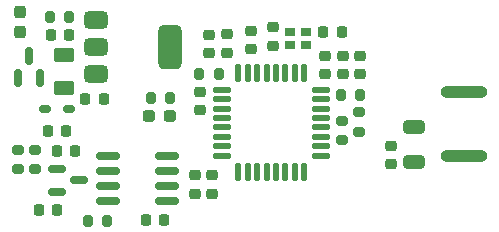
<source format=gbr>
%TF.GenerationSoftware,KiCad,Pcbnew,8.0.8*%
%TF.CreationDate,2025-02-03T14:21:18+01:00*%
%TF.ProjectId,TTS,5454532e-6b69-4636-9164-5f7063625858,rev?*%
%TF.SameCoordinates,PX2255100PY2ebae40*%
%TF.FileFunction,Paste,Top*%
%TF.FilePolarity,Positive*%
%FSLAX46Y46*%
G04 Gerber Fmt 4.6, Leading zero omitted, Abs format (unit mm)*
G04 Created by KiCad (PCBNEW 8.0.8) date 2025-02-03 14:21:18*
%MOMM*%
%LPD*%
G01*
G04 APERTURE LIST*
G04 Aperture macros list*
%AMRoundRect*
0 Rectangle with rounded corners*
0 $1 Rounding radius*
0 $2 $3 $4 $5 $6 $7 $8 $9 X,Y pos of 4 corners*
0 Add a 4 corners polygon primitive as box body*
4,1,4,$2,$3,$4,$5,$6,$7,$8,$9,$2,$3,0*
0 Add four circle primitives for the rounded corners*
1,1,$1+$1,$2,$3*
1,1,$1+$1,$4,$5*
1,1,$1+$1,$6,$7*
1,1,$1+$1,$8,$9*
0 Add four rect primitives between the rounded corners*
20,1,$1+$1,$2,$3,$4,$5,0*
20,1,$1+$1,$4,$5,$6,$7,0*
20,1,$1+$1,$6,$7,$8,$9,0*
20,1,$1+$1,$8,$9,$2,$3,0*%
G04 Aperture macros list end*
%ADD10RoundRect,0.150000X-0.587500X-0.150000X0.587500X-0.150000X0.587500X0.150000X-0.587500X0.150000X0*%
%ADD11RoundRect,0.225000X0.225000X0.250000X-0.225000X0.250000X-0.225000X-0.250000X0.225000X-0.250000X0*%
%ADD12R,0.900000X0.800000*%
%ADD13RoundRect,0.225000X-0.225000X-0.250000X0.225000X-0.250000X0.225000X0.250000X-0.225000X0.250000X0*%
%ADD14RoundRect,0.150000X0.325000X0.150000X-0.325000X0.150000X-0.325000X-0.150000X0.325000X-0.150000X0*%
%ADD15O,4.000000X1.000000*%
%ADD16RoundRect,0.150000X0.825000X0.150000X-0.825000X0.150000X-0.825000X-0.150000X0.825000X-0.150000X0*%
%ADD17RoundRect,0.237500X-0.287500X-0.237500X0.287500X-0.237500X0.287500X0.237500X-0.287500X0.237500X0*%
%ADD18RoundRect,0.150000X0.150000X-0.587500X0.150000X0.587500X-0.150000X0.587500X-0.150000X-0.587500X0*%
%ADD19RoundRect,0.200000X0.275000X-0.200000X0.275000X0.200000X-0.275000X0.200000X-0.275000X-0.200000X0*%
%ADD20RoundRect,0.200000X0.200000X0.275000X-0.200000X0.275000X-0.200000X-0.275000X0.200000X-0.275000X0*%
%ADD21RoundRect,0.200000X-0.200000X-0.275000X0.200000X-0.275000X0.200000X0.275000X-0.200000X0.275000X0*%
%ADD22RoundRect,0.125000X-0.125000X0.625000X-0.125000X-0.625000X0.125000X-0.625000X0.125000X0.625000X0*%
%ADD23RoundRect,0.125000X-0.625000X0.125000X-0.625000X-0.125000X0.625000X-0.125000X0.625000X0.125000X0*%
%ADD24RoundRect,0.237500X0.237500X-0.287500X0.237500X0.287500X-0.237500X0.287500X-0.237500X-0.287500X0*%
%ADD25RoundRect,0.225000X0.250000X-0.225000X0.250000X0.225000X-0.250000X0.225000X-0.250000X-0.225000X0*%
%ADD26RoundRect,0.218750X0.256250X-0.218750X0.256250X0.218750X-0.256250X0.218750X-0.256250X-0.218750X0*%
%ADD27RoundRect,0.250000X-0.625000X0.375000X-0.625000X-0.375000X0.625000X-0.375000X0.625000X0.375000X0*%
%ADD28RoundRect,0.225000X-0.250000X0.225000X-0.250000X-0.225000X0.250000X-0.225000X0.250000X0.225000X0*%
%ADD29RoundRect,0.375000X-0.625000X-0.375000X0.625000X-0.375000X0.625000X0.375000X-0.625000X0.375000X0*%
%ADD30RoundRect,0.500000X-0.500000X-1.400000X0.500000X-1.400000X0.500000X1.400000X-0.500000X1.400000X0*%
%ADD31RoundRect,0.250000X0.650000X-0.325000X0.650000X0.325000X-0.650000X0.325000X-0.650000X-0.325000X0*%
%ADD32RoundRect,0.200000X-0.275000X0.200000X-0.275000X-0.200000X0.275000X-0.200000X0.275000X0.200000X0*%
G04 APERTURE END LIST*
D10*
%TO.C,D3*%
X109572500Y4160000D03*
X109572500Y2260000D03*
X111447500Y3210000D03*
%TD*%
D11*
%TO.C,C12*%
X110320000Y7430000D03*
X108770000Y7430000D03*
%TD*%
D12*
%TO.C,Y1*%
X129285000Y14640000D03*
X130685000Y14640000D03*
X130685000Y15740000D03*
X129285000Y15740000D03*
%TD*%
D13*
%TO.C,C15*%
X117085000Y-100000D03*
X118635000Y-100000D03*
%TD*%
D14*
%TO.C,D1*%
X110620000Y9230000D03*
X108520000Y9230000D03*
%TD*%
D15*
%TO.C,U2*%
X144000000Y10700000D03*
X144000000Y5300000D03*
%TD*%
D16*
%TO.C,U4*%
X118870000Y1455000D03*
X118870000Y2725000D03*
X118870000Y3995000D03*
X118870000Y5265000D03*
X113920000Y5265000D03*
X113920000Y3995000D03*
X113920000Y2725000D03*
X113920000Y1455000D03*
%TD*%
D17*
%TO.C,5V*%
X117377500Y8650000D03*
X119127500Y8650000D03*
%TD*%
D18*
%TO.C,D4*%
X108160000Y11892500D03*
X107210000Y13767500D03*
X106260000Y11892500D03*
%TD*%
D19*
%TO.C,R1*%
X133670000Y6625000D03*
X133670000Y8275000D03*
%TD*%
D20*
%TO.C,R3*%
X113825000Y-210000D03*
X112175000Y-210000D03*
%TD*%
D19*
%TO.C,R2*%
X135135000Y7345000D03*
X135135000Y8995000D03*
%TD*%
D21*
%TO.C,R9*%
X117485000Y10150000D03*
X119135000Y10150000D03*
%TD*%
D22*
%TO.C,U5*%
X130510000Y12275000D03*
X129710000Y12275000D03*
X128910000Y12275000D03*
X128110000Y12275000D03*
X127310000Y12275000D03*
X126510000Y12275000D03*
X125710000Y12275000D03*
X124910000Y12275000D03*
D23*
X123535000Y10900000D03*
X123535000Y10100000D03*
X123535000Y9300000D03*
X123535000Y8500000D03*
X123535000Y7700000D03*
X123535000Y6900000D03*
X123535000Y6100000D03*
X123535000Y5300000D03*
D22*
X124910000Y3925000D03*
X125710000Y3925000D03*
X126510000Y3925000D03*
X127310000Y3925000D03*
X128110000Y3925000D03*
X128910000Y3925000D03*
X129710000Y3925000D03*
X130510000Y3925000D03*
D23*
X131885000Y5300000D03*
X131885000Y6100000D03*
X131885000Y6900000D03*
X131885000Y7700000D03*
X131885000Y8500000D03*
X131885000Y9300000D03*
X131885000Y10100000D03*
X131885000Y10900000D03*
%TD*%
D24*
%TO.C,3V*%
X106440000Y15765000D03*
X106440000Y17515000D03*
%TD*%
D25*
%TO.C,C6*%
X132275000Y12185000D03*
X132275000Y13735000D03*
%TD*%
D11*
%TO.C,C14*%
X111095000Y5690000D03*
X109545000Y5690000D03*
%TD*%
D26*
%TO.C,D2*%
X121685000Y9162500D03*
X121685000Y10737500D03*
%TD*%
D27*
%TO.C,F1*%
X110130000Y13860000D03*
X110130000Y11060000D03*
%TD*%
D20*
%TO.C,R5*%
X110605000Y17090000D03*
X108955000Y17090000D03*
%TD*%
D28*
%TO.C,C17*%
X121250000Y3645000D03*
X121250000Y2095000D03*
%TD*%
D19*
%TO.C,R8*%
X107740000Y4155000D03*
X107740000Y5805000D03*
%TD*%
D21*
%TO.C,R4*%
X133570000Y10420000D03*
X135220000Y10420000D03*
%TD*%
D25*
%TO.C,C8*%
X122455000Y14015000D03*
X122455000Y15565000D03*
%TD*%
%TO.C,C10*%
X127830000Y14615000D03*
X127830000Y16165000D03*
%TD*%
%TO.C,C4*%
X137850000Y4565000D03*
X137850000Y6115000D03*
%TD*%
D29*
%TO.C,U1*%
X112850000Y16810000D03*
X112850000Y14510000D03*
D30*
X119150000Y14510000D03*
D29*
X112850000Y12210000D03*
%TD*%
D31*
%TO.C,C11*%
X139760000Y4780000D03*
X139760000Y7730000D03*
%TD*%
D11*
%TO.C,C9*%
X133675000Y15750000D03*
X132125000Y15750000D03*
%TD*%
D28*
%TO.C,C18*%
X122710000Y3645000D03*
X122710000Y2095000D03*
%TD*%
D13*
%TO.C,C1*%
X111955000Y10080000D03*
X113505000Y10080000D03*
%TD*%
D20*
%TO.C,R6*%
X123270000Y12230000D03*
X121620000Y12230000D03*
%TD*%
D25*
%TO.C,C16*%
X123945000Y14025000D03*
X123945000Y15575000D03*
%TD*%
D32*
%TO.C,R7*%
X106220000Y5815000D03*
X106220000Y4165000D03*
%TD*%
D11*
%TO.C,C2*%
X110605000Y15560000D03*
X109055000Y15560000D03*
%TD*%
D28*
%TO.C,C3*%
X126025000Y15875000D03*
X126025000Y14325000D03*
%TD*%
D25*
%TO.C,C7*%
X133755000Y12185000D03*
X133755000Y13735000D03*
%TD*%
D11*
%TO.C,C13*%
X109555000Y740000D03*
X108005000Y740000D03*
%TD*%
D25*
%TO.C,C5*%
X135225000Y12185000D03*
X135225000Y13735000D03*
%TD*%
M02*

</source>
